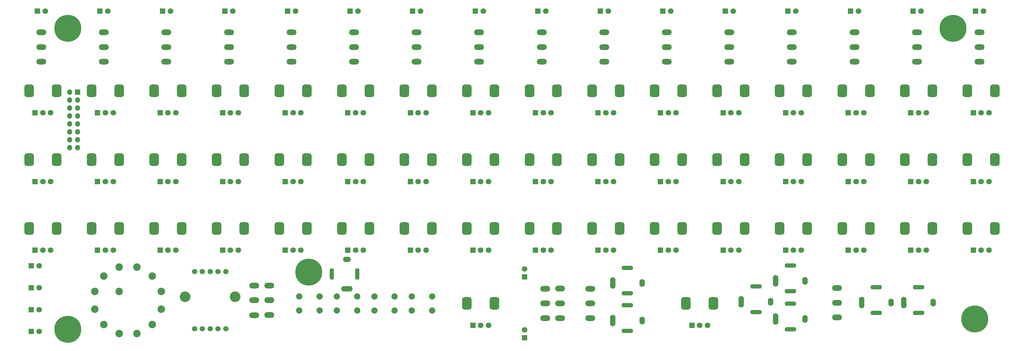
<source format=gbr>
%TF.GenerationSoftware,KiCad,Pcbnew,7.0.9*%
%TF.CreationDate,2023-12-27T10:42:18-06:00*%
%TF.ProjectId,SoundLab16StepSequencer,536f756e-644c-4616-9231-365374657053,rev?*%
%TF.SameCoordinates,Original*%
%TF.FileFunction,Soldermask,Bot*%
%TF.FilePolarity,Negative*%
%FSLAX46Y46*%
G04 Gerber Fmt 4.6, Leading zero omitted, Abs format (unit mm)*
G04 Created by KiCad (PCBNEW 7.0.9) date 2023-12-27 10:42:18*
%MOMM*%
%LPD*%
G01*
G04 APERTURE LIST*
G04 Aperture macros list*
%AMRoundRect*
0 Rectangle with rounded corners*
0 $1 Rounding radius*
0 $2 $3 $4 $5 $6 $7 $8 $9 X,Y pos of 4 corners*
0 Add a 4 corners polygon primitive as box body*
4,1,4,$2,$3,$4,$5,$6,$7,$8,$9,$2,$3,0*
0 Add four circle primitives for the rounded corners*
1,1,$1+$1,$2,$3*
1,1,$1+$1,$4,$5*
1,1,$1+$1,$6,$7*
1,1,$1+$1,$8,$9*
0 Add four rect primitives between the rounded corners*
20,1,$1+$1,$2,$3,$4,$5,0*
20,1,$1+$1,$4,$5,$6,$7,0*
20,1,$1+$1,$6,$7,$8,$9,0*
20,1,$1+$1,$8,$9,$2,$3,0*%
G04 Aperture macros list end*
%ADD10C,8.600000*%
%ADD11O,1.750000X3.700000*%
%ADD12O,1.750000X2.500000*%
%ADD13O,3.700000X1.400000*%
%ADD14O,3.700000X1.750000*%
%ADD15O,2.500000X1.750000*%
%ADD16O,1.400000X3.700000*%
%ADD17R,1.800000X1.800000*%
%ADD18C,1.800000*%
%ADD19RoundRect,0.750000X0.750000X-1.250000X0.750000X1.250000X-0.750000X1.250000X-0.750000X-1.250000X0*%
%ADD20C,2.000000*%
%ADD21O,3.200000X1.800000*%
%ADD22C,1.700000*%
%ADD23C,3.400000*%
%ADD24C,2.400000*%
%ADD25R,1.700000X1.700000*%
%ADD26O,1.700000X1.700000*%
G04 APERTURE END LIST*
D10*
%TO.C,*%
X80000000Y-187250000D03*
%TD*%
D11*
%TO.C,J8*%
X295300000Y-178500000D03*
D12*
X304700000Y-178500000D03*
D13*
X300000000Y-173600000D03*
X300000000Y-181800000D03*
%TD*%
D11*
%TO.C,J7*%
X306300000Y-184000000D03*
D12*
X315700000Y-184000000D03*
D13*
X311000000Y-179100000D03*
X311000000Y-187300000D03*
%TD*%
D11*
%TO.C,J6*%
X306300000Y-171750000D03*
D12*
X315700000Y-171750000D03*
D13*
X311000000Y-166850000D03*
X311000000Y-175050000D03*
%TD*%
D11*
%TO.C,J5*%
X254200000Y-172500000D03*
D12*
X263600000Y-172500000D03*
D13*
X258900000Y-167600000D03*
X258900000Y-175800000D03*
%TD*%
D11*
%TO.C,J4*%
X333800000Y-178750000D03*
D12*
X343200000Y-178750000D03*
D13*
X338500000Y-173850000D03*
X338500000Y-182050000D03*
%TD*%
D11*
%TO.C,J3*%
X347300000Y-178750000D03*
D12*
X356700000Y-178750000D03*
D13*
X352000000Y-173850000D03*
X352000000Y-182050000D03*
%TD*%
D11*
%TO.C,J2*%
X254200000Y-184500000D03*
D12*
X263600000Y-184500000D03*
D13*
X258900000Y-179600000D03*
X258900000Y-187800000D03*
%TD*%
D14*
%TO.C,J1*%
X169250000Y-174325000D03*
D15*
X169250000Y-164925000D03*
D16*
X164350000Y-169625000D03*
X172550000Y-169625000D03*
%TD*%
D10*
%TO.C,H4*%
X157000000Y-169000000D03*
%TD*%
%TO.C,H3*%
X370000000Y-184000000D03*
%TD*%
%TO.C,H2*%
X363000000Y-91000000D03*
%TD*%
%TO.C,H1*%
X80000000Y-91000000D03*
%TD*%
D17*
%TO.C,RV43*%
X309500000Y-162000000D03*
D18*
X312000000Y-162000000D03*
X314500000Y-162000000D03*
D19*
X307600000Y-155000000D03*
X316400000Y-155000000D03*
%TD*%
D20*
%TO.C,SW20*%
X190000000Y-176750000D03*
X196500000Y-176750000D03*
X190000000Y-181250000D03*
X196500000Y-181250000D03*
%TD*%
D21*
%TO.C,SW8*%
X151500000Y-92300000D03*
X151500000Y-97000000D03*
X151500000Y-101700000D03*
%TD*%
D17*
%TO.C,RV22*%
X289500000Y-118000000D03*
D18*
X292000000Y-118000000D03*
X294500000Y-118000000D03*
D19*
X287600000Y-111000000D03*
X296400000Y-111000000D03*
%TD*%
D17*
%TO.C,RV33*%
X209500000Y-140000000D03*
D18*
X212000000Y-140000000D03*
X214500000Y-140000000D03*
D19*
X207600000Y-133000000D03*
X216400000Y-133000000D03*
%TD*%
D21*
%TO.C,SW2*%
X139600000Y-182770000D03*
X139600000Y-178000000D03*
X139600000Y-173300000D03*
X144400000Y-182700000D03*
X144400000Y-178000000D03*
X144400000Y-173300000D03*
%TD*%
D20*
%TO.C,SW22*%
X166000000Y-176750000D03*
X172500000Y-176750000D03*
X166000000Y-181250000D03*
X172500000Y-181250000D03*
%TD*%
D17*
%TO.C,D45*%
X68275000Y-174000000D03*
D18*
X70815000Y-174000000D03*
%TD*%
D17*
%TO.C,RV5*%
X369500000Y-118000000D03*
D18*
X372000000Y-118000000D03*
X374500000Y-118000000D03*
D19*
X367600000Y-111000000D03*
X376400000Y-111000000D03*
%TD*%
D21*
%TO.C,SW11*%
X211500000Y-92300000D03*
X211500000Y-97000000D03*
X211500000Y-101700000D03*
%TD*%
%TO.C,SW9*%
X171500000Y-92300000D03*
X171500000Y-97000000D03*
X171500000Y-101700000D03*
%TD*%
D17*
%TO.C,RV45*%
X289500000Y-162000000D03*
D18*
X292000000Y-162000000D03*
X294500000Y-162000000D03*
D19*
X287600000Y-155000000D03*
X296400000Y-155000000D03*
%TD*%
D17*
%TO.C,RV11*%
X349500000Y-140000000D03*
D18*
X352000000Y-140000000D03*
X354500000Y-140000000D03*
D19*
X347600000Y-133000000D03*
X356400000Y-133000000D03*
%TD*%
D20*
%TO.C,SW21*%
X178000000Y-176750000D03*
X184500000Y-176750000D03*
X178000000Y-181250000D03*
X184500000Y-181250000D03*
%TD*%
D17*
%TO.C,RV38*%
X89500000Y-162000000D03*
D18*
X92000000Y-162000000D03*
X94500000Y-162000000D03*
D19*
X87600000Y-155000000D03*
X96400000Y-155000000D03*
%TD*%
D21*
%TO.C,SW19*%
X371500000Y-92300000D03*
X371500000Y-97000000D03*
X371500000Y-101700000D03*
%TD*%
%TO.C,SW26*%
X325900000Y-174100000D03*
X325900000Y-178800000D03*
X325900000Y-183500000D03*
%TD*%
D22*
%TO.C,SW1*%
X130500000Y-187150000D03*
X128000000Y-187150000D03*
D23*
X117500000Y-176900000D03*
D22*
X125500000Y-187150000D03*
D23*
X133500000Y-176900000D03*
D22*
X123000000Y-187150000D03*
X120500000Y-187150000D03*
X120500000Y-168850000D03*
X123000000Y-168850000D03*
X125500000Y-168850000D03*
X128000000Y-168850000D03*
X130500000Y-168850000D03*
%TD*%
D17*
%TO.C,RV26*%
X269500000Y-118000000D03*
D18*
X272000000Y-118000000D03*
X274500000Y-118000000D03*
D19*
X267600000Y-111000000D03*
X276400000Y-111000000D03*
%TD*%
D21*
%TO.C,SW13*%
X251500000Y-92300000D03*
X251500000Y-97000000D03*
X251500000Y-101700000D03*
%TD*%
D17*
%TO.C,D14*%
X190225000Y-85500000D03*
D18*
X192765000Y-85500000D03*
%TD*%
D17*
%TO.C,RV20*%
X149500000Y-118000000D03*
D18*
X152000000Y-118000000D03*
X154500000Y-118000000D03*
D19*
X147600000Y-111000000D03*
X156400000Y-111000000D03*
%TD*%
D17*
%TO.C,RV12*%
X109500000Y-118000000D03*
D18*
X112000000Y-118000000D03*
X114500000Y-118000000D03*
D19*
X107600000Y-111000000D03*
X116400000Y-111000000D03*
%TD*%
D21*
%TO.C,SW16*%
X311500000Y-92300000D03*
X311500000Y-97000000D03*
X311500000Y-101700000D03*
%TD*%
%TO.C,SW15*%
X291500000Y-92300000D03*
X291500000Y-97000000D03*
X291500000Y-101700000D03*
%TD*%
D17*
%TO.C,RV47*%
X269500000Y-162000000D03*
D18*
X272000000Y-162000000D03*
X274500000Y-162000000D03*
D19*
X267600000Y-155000000D03*
X276400000Y-155000000D03*
%TD*%
D17*
%TO.C,RV42*%
X129500000Y-162000000D03*
D18*
X132000000Y-162000000D03*
X134500000Y-162000000D03*
D19*
X127600000Y-155000000D03*
X136400000Y-155000000D03*
%TD*%
D17*
%TO.C,RV8*%
X89500000Y-118000000D03*
D18*
X92000000Y-118000000D03*
X94500000Y-118000000D03*
D19*
X87600000Y-111000000D03*
X96400000Y-111000000D03*
%TD*%
D17*
%TO.C,RV25*%
X169500000Y-140000000D03*
D18*
X172000000Y-140000000D03*
X174500000Y-140000000D03*
D19*
X167600000Y-133000000D03*
X176400000Y-133000000D03*
%TD*%
D17*
%TO.C,D61*%
X226000000Y-190000000D03*
D18*
X226000000Y-187460000D03*
%TD*%
D17*
%TO.C,RV23*%
X289500000Y-140000000D03*
D18*
X292000000Y-140000000D03*
X294500000Y-140000000D03*
D19*
X287600000Y-133000000D03*
X296400000Y-133000000D03*
%TD*%
D17*
%TO.C,RV37*%
X369500000Y-162000000D03*
D18*
X372000000Y-162000000D03*
X374500000Y-162000000D03*
D19*
X367600000Y-155000000D03*
X376400000Y-155000000D03*
%TD*%
D17*
%TO.C,D2*%
X70225000Y-85500000D03*
D18*
X72765000Y-85500000D03*
%TD*%
D17*
%TO.C,D64*%
X226000000Y-170500000D03*
D18*
X226000000Y-167960000D03*
%TD*%
D17*
%TO.C,RV18*%
X309500000Y-118000000D03*
D18*
X312000000Y-118000000D03*
X314500000Y-118000000D03*
D19*
X307600000Y-111000000D03*
X316400000Y-111000000D03*
%TD*%
D21*
%TO.C,SW5*%
X91500000Y-92300000D03*
X91500000Y-97000000D03*
X91500000Y-101700000D03*
%TD*%
D17*
%TO.C,RV9*%
X89500000Y-140000000D03*
D18*
X92000000Y-140000000D03*
X94500000Y-140000000D03*
D19*
X87600000Y-133000000D03*
X96400000Y-133000000D03*
%TD*%
D17*
%TO.C,D5*%
X350225000Y-85500000D03*
D18*
X352765000Y-85500000D03*
%TD*%
D17*
%TO.C,RV16*%
X129500000Y-118000000D03*
D18*
X132000000Y-118000000D03*
X134500000Y-118000000D03*
D19*
X127600000Y-111000000D03*
X136400000Y-111000000D03*
%TD*%
D17*
%TO.C,D47*%
X68275000Y-188000000D03*
D18*
X70815000Y-188000000D03*
%TD*%
D21*
%TO.C,SW12*%
X231500000Y-92300000D03*
X231500000Y-97000000D03*
X231500000Y-101700000D03*
%TD*%
D17*
%TO.C,RV4*%
X69500000Y-140000000D03*
D18*
X72000000Y-140000000D03*
X74500000Y-140000000D03*
D19*
X67600000Y-133000000D03*
X76400000Y-133000000D03*
%TD*%
D17*
%TO.C,D15*%
X250225000Y-85500000D03*
D18*
X252765000Y-85500000D03*
%TD*%
D17*
%TO.C,RV21*%
X149500000Y-140000000D03*
D18*
X152000000Y-140000000D03*
X154500000Y-140000000D03*
D19*
X147600000Y-133000000D03*
X156400000Y-133000000D03*
%TD*%
D17*
%TO.C,RV17*%
X129500000Y-140000000D03*
D18*
X132000000Y-140000000D03*
X134500000Y-140000000D03*
D19*
X127600000Y-133000000D03*
X136400000Y-133000000D03*
%TD*%
D21*
%TO.C,SW10*%
X191500000Y-92300000D03*
X191500000Y-97000000D03*
X191500000Y-101700000D03*
%TD*%
%TO.C,SW25*%
X247000000Y-183700000D03*
X247000000Y-179000000D03*
X247000000Y-174300000D03*
%TD*%
D17*
%TO.C,RV28*%
X189500000Y-118000000D03*
D18*
X192000000Y-118000000D03*
X194500000Y-118000000D03*
D19*
X187600000Y-111000000D03*
X196400000Y-111000000D03*
%TD*%
D17*
%TO.C,D7*%
X330225000Y-85500000D03*
D18*
X332765000Y-85500000D03*
%TD*%
D17*
%TO.C,RV50*%
X209500000Y-162000000D03*
D18*
X212000000Y-162000000D03*
X214500000Y-162000000D03*
D19*
X207600000Y-155000000D03*
X216400000Y-155000000D03*
%TD*%
D17*
%TO.C,RV34*%
X229500000Y-118000000D03*
D18*
X232000000Y-118000000D03*
X234500000Y-118000000D03*
D19*
X227600000Y-111000000D03*
X236400000Y-111000000D03*
%TD*%
D17*
%TO.C,RV51*%
X229500000Y-162000000D03*
D18*
X232000000Y-162000000D03*
X234500000Y-162000000D03*
D19*
X227600000Y-155000000D03*
X236400000Y-155000000D03*
%TD*%
D17*
%TO.C,RV32*%
X209500000Y-118000000D03*
D18*
X212000000Y-118000000D03*
X214500000Y-118000000D03*
D19*
X207600000Y-111000000D03*
X216400000Y-111000000D03*
%TD*%
D17*
%TO.C,D10*%
X150250000Y-85500000D03*
D18*
X152790000Y-85500000D03*
%TD*%
D21*
%TO.C,SW24*%
X237400000Y-174230000D03*
X237400000Y-179000000D03*
X237400000Y-183700000D03*
X232600000Y-174300000D03*
X232600000Y-179000000D03*
X232600000Y-183700000D03*
%TD*%
D17*
%TO.C,RV29*%
X189500000Y-140000000D03*
D18*
X192000000Y-140000000D03*
X194500000Y-140000000D03*
D19*
X187600000Y-133000000D03*
X196400000Y-133000000D03*
%TD*%
D17*
%TO.C,RV49*%
X249500000Y-162000000D03*
D18*
X252000000Y-162000000D03*
X254500000Y-162000000D03*
D19*
X247600000Y-155000000D03*
X256400000Y-155000000D03*
%TD*%
D21*
%TO.C,SW17*%
X331500000Y-92300000D03*
X331500000Y-97000000D03*
X331500000Y-101700000D03*
%TD*%
D17*
%TO.C,RV48*%
X189500000Y-162000000D03*
D18*
X192000000Y-162000000D03*
X194500000Y-162000000D03*
D19*
X187600000Y-155000000D03*
X196400000Y-155000000D03*
%TD*%
D17*
%TO.C,D11*%
X290225000Y-85500000D03*
D18*
X292765000Y-85500000D03*
%TD*%
D24*
%TO.C,SW3*%
X88635000Y-175153000D03*
X91472000Y-170222000D03*
X96403000Y-167385000D03*
X102097000Y-167385000D03*
X107028000Y-170222000D03*
X109865000Y-175153000D03*
X109865000Y-180847000D03*
X107028000Y-185778000D03*
X102097000Y-188615000D03*
X96403000Y-188615000D03*
X91472000Y-185778000D03*
X88635000Y-180847000D03*
X96422000Y-175172000D03*
%TD*%
D17*
%TO.C,RV40*%
X109500000Y-162000000D03*
D18*
X112000000Y-162000000D03*
X114500000Y-162000000D03*
D19*
X107600000Y-155000000D03*
X116400000Y-155000000D03*
%TD*%
D17*
%TO.C,D17*%
X230225000Y-85500000D03*
D18*
X232765000Y-85500000D03*
%TD*%
D17*
%TO.C,D3*%
X370225000Y-85500000D03*
D18*
X372765000Y-85500000D03*
%TD*%
D20*
%TO.C,SW23*%
X154000000Y-176750000D03*
X160500000Y-176750000D03*
X154000000Y-181250000D03*
X160500000Y-181250000D03*
%TD*%
D17*
%TO.C,D44*%
X68325000Y-167000000D03*
D18*
X70865000Y-167000000D03*
%TD*%
D17*
%TO.C,RV14*%
X329500000Y-118000000D03*
D18*
X332000000Y-118000000D03*
X334500000Y-118000000D03*
D19*
X327600000Y-111000000D03*
X336400000Y-111000000D03*
%TD*%
D17*
%TO.C,RV31*%
X249500000Y-140000000D03*
D18*
X252000000Y-140000000D03*
X254500000Y-140000000D03*
D19*
X247600000Y-133000000D03*
X256400000Y-133000000D03*
%TD*%
D21*
%TO.C,SW6*%
X111500000Y-92300000D03*
X111500000Y-97000000D03*
X111500000Y-101700000D03*
%TD*%
D17*
%TO.C,RV6*%
X369500000Y-140000000D03*
D18*
X372000000Y-140000000D03*
X374500000Y-140000000D03*
D19*
X367600000Y-133000000D03*
X376400000Y-133000000D03*
%TD*%
D17*
%TO.C,D16*%
X210250000Y-85500000D03*
D18*
X212790000Y-85500000D03*
%TD*%
D17*
%TO.C,RV2*%
X209500000Y-186000000D03*
D18*
X212000000Y-186000000D03*
X214500000Y-186000000D03*
D19*
X207600000Y-179000000D03*
X216400000Y-179000000D03*
%TD*%
D21*
%TO.C,SW7*%
X131500000Y-92300000D03*
X131500000Y-97000000D03*
X131500000Y-101700000D03*
%TD*%
D17*
%TO.C,RV27*%
X269500000Y-140000000D03*
D18*
X272000000Y-140000000D03*
X274500000Y-140000000D03*
D19*
X267600000Y-133000000D03*
X276400000Y-133000000D03*
%TD*%
D17*
%TO.C,RV39*%
X349500000Y-162000000D03*
D18*
X352000000Y-162000000D03*
X354500000Y-162000000D03*
D19*
X347600000Y-155000000D03*
X356400000Y-155000000D03*
%TD*%
D17*
%TO.C,D4*%
X90225000Y-85500000D03*
D18*
X92765000Y-85500000D03*
%TD*%
D21*
%TO.C,SW4*%
X71500000Y-92300000D03*
X71500000Y-97000000D03*
X71500000Y-101700000D03*
%TD*%
D17*
%TO.C,RV13*%
X109500000Y-140000000D03*
D18*
X112000000Y-140000000D03*
X114500000Y-140000000D03*
D19*
X107600000Y-133000000D03*
X116400000Y-133000000D03*
%TD*%
D17*
%TO.C,RV24*%
X169500000Y-118000000D03*
D18*
X172000000Y-118000000D03*
X174500000Y-118000000D03*
D19*
X167600000Y-111000000D03*
X176400000Y-111000000D03*
%TD*%
D17*
%TO.C,RV7*%
X279500000Y-186000000D03*
D18*
X282000000Y-186000000D03*
X284500000Y-186000000D03*
D19*
X277600000Y-179000000D03*
X286400000Y-179000000D03*
%TD*%
D17*
%TO.C,RV35*%
X229500000Y-140000000D03*
D18*
X232000000Y-140000000D03*
X234500000Y-140000000D03*
D19*
X227600000Y-133000000D03*
X236400000Y-133000000D03*
%TD*%
D17*
%TO.C,D6*%
X110250000Y-85500000D03*
D18*
X112790000Y-85500000D03*
%TD*%
D21*
%TO.C,SW18*%
X351500000Y-92300000D03*
X351500000Y-97000000D03*
X351500000Y-101700000D03*
%TD*%
D17*
%TO.C,RV44*%
X149500000Y-162000000D03*
D18*
X152000000Y-162000000D03*
X154500000Y-162000000D03*
D19*
X147600000Y-155000000D03*
X156400000Y-155000000D03*
%TD*%
D17*
%TO.C,RV41*%
X329500000Y-162000000D03*
D18*
X332000000Y-162000000D03*
X334500000Y-162000000D03*
D19*
X327600000Y-155000000D03*
X336400000Y-155000000D03*
%TD*%
D17*
%TO.C,RV15*%
X329500000Y-140000000D03*
D18*
X332000000Y-140000000D03*
X334500000Y-140000000D03*
D19*
X327600000Y-133000000D03*
X336400000Y-133000000D03*
%TD*%
D17*
%TO.C,RV10*%
X349500000Y-118000000D03*
D18*
X352000000Y-118000000D03*
X354500000Y-118000000D03*
D19*
X347600000Y-111000000D03*
X356400000Y-111000000D03*
%TD*%
D17*
%TO.C,RV36*%
X69500000Y-162000000D03*
D18*
X72000000Y-162000000D03*
X74500000Y-162000000D03*
D19*
X67600000Y-155000000D03*
X76400000Y-155000000D03*
%TD*%
D17*
%TO.C,D46*%
X68275000Y-181000000D03*
D18*
X70815000Y-181000000D03*
%TD*%
D17*
%TO.C,D8*%
X130225000Y-85500000D03*
D18*
X132765000Y-85500000D03*
%TD*%
D17*
%TO.C,D9*%
X310225000Y-85500000D03*
D18*
X312765000Y-85500000D03*
%TD*%
D17*
%TO.C,RV3*%
X69500000Y-118000000D03*
D18*
X72000000Y-118000000D03*
X74500000Y-118000000D03*
D19*
X67600000Y-111000000D03*
X76400000Y-111000000D03*
%TD*%
D21*
%TO.C,SW14*%
X271500000Y-92300000D03*
X271500000Y-97000000D03*
X271500000Y-101700000D03*
%TD*%
D17*
%TO.C,D13*%
X270225000Y-85500000D03*
D18*
X272765000Y-85500000D03*
%TD*%
D17*
%TO.C,RV30*%
X249500000Y-118000000D03*
D18*
X252000000Y-118000000D03*
X254500000Y-118000000D03*
D19*
X247600000Y-111000000D03*
X256400000Y-111000000D03*
%TD*%
D17*
%TO.C,RV19*%
X309500000Y-140000000D03*
D18*
X312000000Y-140000000D03*
X314500000Y-140000000D03*
D19*
X307600000Y-133000000D03*
X316400000Y-133000000D03*
%TD*%
D17*
%TO.C,D12*%
X170250000Y-85500000D03*
D18*
X172790000Y-85500000D03*
%TD*%
D17*
%TO.C,RV46*%
X169500000Y-162000000D03*
D18*
X172000000Y-162000000D03*
X174500000Y-162000000D03*
D19*
X167600000Y-155000000D03*
X176400000Y-155000000D03*
%TD*%
D25*
%TO.C,J9*%
X83100000Y-111385000D03*
D26*
X80560000Y-111385000D03*
X83100000Y-113925000D03*
X80560000Y-113925000D03*
X83100000Y-116465000D03*
X80560000Y-116465000D03*
X83100000Y-119005000D03*
X80560000Y-119005000D03*
X83100000Y-121545000D03*
X80560000Y-121545000D03*
X83100000Y-124085000D03*
X80560000Y-124085000D03*
X83100000Y-126625000D03*
X80560000Y-126625000D03*
X83100000Y-129165000D03*
X80560000Y-129165000D03*
%TD*%
M02*

</source>
